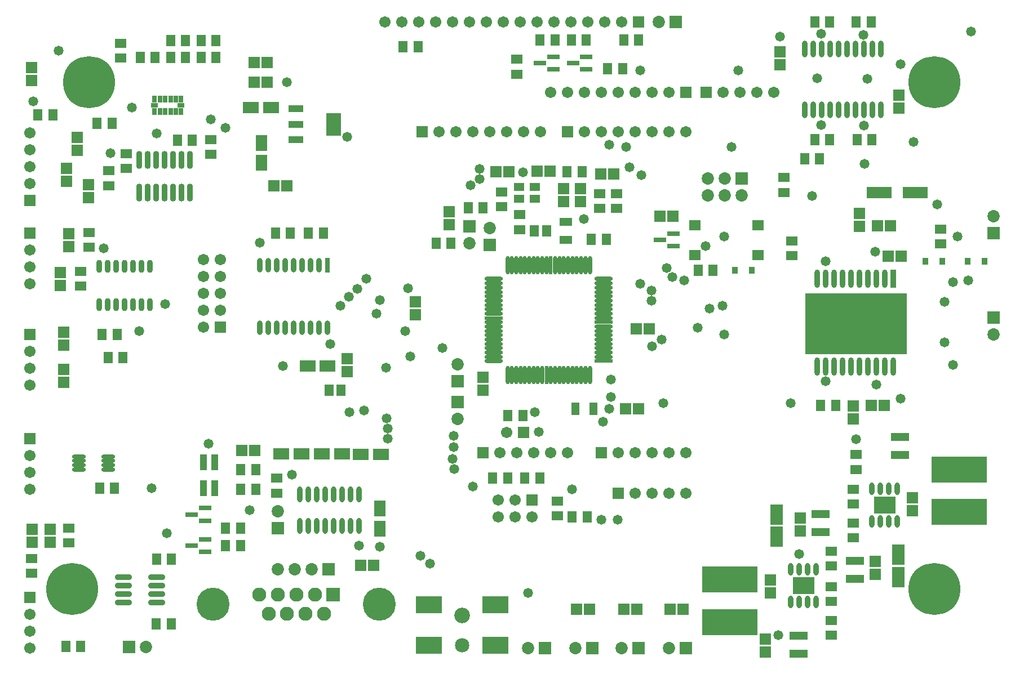
<source format=gts>
G04 Layer_Color=8388736*
%FSLAX25Y25*%
%MOIN*%
G70*
G01*
G75*
%ADD97R,0.59855X0.36233*%
%ADD98O,0.03300X0.10800*%
%ADD99R,0.03300X0.10800*%
%ADD100O,0.02400X0.10800*%
%ADD101R,0.02400X0.10800*%
%ADD102O,0.10800X0.02400*%
%ADD103R,0.10800X0.02400*%
%ADD104R,0.03162X0.08674*%
%ADD105O,0.03162X0.08674*%
%ADD106O,0.10249X0.03556*%
%ADD107R,0.07099X0.06706*%
%ADD108R,0.05721X0.06509*%
%ADD109R,0.06509X0.05721*%
%ADD110R,0.09068X0.04343*%
%ADD111R,0.09068X0.13398*%
%ADD112O,0.03556X0.10642*%
%ADD113R,0.03162X0.04343*%
%ADD114R,0.04343X0.03162*%
%ADD115R,0.07493X0.03162*%
%ADD116R,0.13005X0.10288*%
%ADD117O,0.03162X0.07493*%
%ADD118O,0.03162X0.09855*%
%ADD119R,0.06902X0.05918*%
%ADD120O,0.03162X0.09461*%
%ADD121O,0.08083X0.02572*%
%ADD122R,0.33083X0.15367*%
%ADD123R,0.07493X0.12217*%
%ADD124R,0.03300X0.04100*%
%ADD125R,0.06706X0.07099*%
%ADD126R,0.11036X0.05131*%
%ADD127R,0.07099X0.09461*%
%ADD128R,0.09461X0.07099*%
%ADD129R,0.14579X0.07099*%
%ADD130R,0.05328X0.06509*%
%ADD131R,0.07493X0.05131*%
%ADD132R,0.05131X0.07493*%
%ADD133O,0.03556X0.07690*%
%ADD134R,0.05918X0.05131*%
%ADD135R,0.03950X0.09461*%
%ADD136R,0.15761X0.10249*%
%ADD137C,0.07300*%
%ADD138R,0.07300X0.07300*%
%ADD139C,0.06706*%
%ADD140R,0.06706X0.06706*%
%ADD141R,0.06706X0.06706*%
%ADD142C,0.30800*%
%ADD143R,0.07300X0.07300*%
%ADD144C,0.08300*%
%ADD145R,0.08300X0.08300*%
%ADD146C,0.19540*%
%ADD147C,0.09280*%
%ADD148C,0.08493*%
%ADD149C,0.05800*%
D97*
X503500Y207000D02*
D03*
D98*
X525500Y181415D02*
D03*
X520500D02*
D03*
X515500D02*
D03*
X510500D02*
D03*
X505500D02*
D03*
X500500D02*
D03*
X495500D02*
D03*
X490500D02*
D03*
X485500D02*
D03*
X480500D02*
D03*
Y233500D02*
D03*
X485500D02*
D03*
X490500D02*
D03*
X495500D02*
D03*
X500500D02*
D03*
X505500D02*
D03*
X510500D02*
D03*
X515500D02*
D03*
X520500D02*
D03*
D99*
X525500D02*
D03*
D100*
X346061Y176438D02*
D03*
X343501D02*
D03*
X340941D02*
D03*
X338381D02*
D03*
X335821D02*
D03*
X333261D02*
D03*
X330701D02*
D03*
X328141D02*
D03*
X325581D02*
D03*
X323021D02*
D03*
X317901D02*
D03*
X315341D02*
D03*
X312781D02*
D03*
X310221D02*
D03*
X307661D02*
D03*
X305101D02*
D03*
X302541D02*
D03*
X299981D02*
D03*
X297421D02*
D03*
Y241678D02*
D03*
X299981D02*
D03*
X302541D02*
D03*
X305101D02*
D03*
X307661D02*
D03*
X310221D02*
D03*
X312781D02*
D03*
X315341D02*
D03*
X317901D02*
D03*
X320461D02*
D03*
X325581D02*
D03*
X328141D02*
D03*
X330701D02*
D03*
X333261D02*
D03*
X335821D02*
D03*
X338381D02*
D03*
X340941D02*
D03*
X343501D02*
D03*
X346061D02*
D03*
D101*
X320461Y176438D02*
D03*
X323021Y241678D02*
D03*
D102*
X289121Y184738D02*
D03*
Y187298D02*
D03*
Y189858D02*
D03*
Y192418D02*
D03*
Y194978D02*
D03*
Y197538D02*
D03*
Y200098D02*
D03*
Y202658D02*
D03*
Y205218D02*
D03*
Y207778D02*
D03*
Y212898D02*
D03*
Y215458D02*
D03*
Y218018D02*
D03*
Y220578D02*
D03*
Y223138D02*
D03*
Y225698D02*
D03*
Y228258D02*
D03*
Y230818D02*
D03*
Y233378D02*
D03*
X354361D02*
D03*
Y230818D02*
D03*
Y228258D02*
D03*
Y225698D02*
D03*
Y223138D02*
D03*
Y220578D02*
D03*
Y218018D02*
D03*
Y215458D02*
D03*
Y212898D02*
D03*
Y210338D02*
D03*
Y205218D02*
D03*
Y202658D02*
D03*
Y200098D02*
D03*
Y197538D02*
D03*
Y194978D02*
D03*
Y192418D02*
D03*
Y189858D02*
D03*
Y187298D02*
D03*
D103*
X289121Y210338D02*
D03*
X354361Y207778D02*
D03*
Y184738D02*
D03*
D104*
X191000Y241508D02*
D03*
D105*
X186000D02*
D03*
X181000D02*
D03*
X176000D02*
D03*
X171000D02*
D03*
X166000D02*
D03*
X161000D02*
D03*
X156000D02*
D03*
X151000D02*
D03*
X191000Y204500D02*
D03*
X186000D02*
D03*
X181000D02*
D03*
X176000D02*
D03*
X171000D02*
D03*
X166000D02*
D03*
X161000D02*
D03*
X156000D02*
D03*
X151000D02*
D03*
D106*
X70256Y57000D02*
D03*
Y52000D02*
D03*
Y47000D02*
D03*
Y42000D02*
D03*
X89744Y57000D02*
D03*
Y52000D02*
D03*
Y47000D02*
D03*
Y42000D02*
D03*
D107*
X16000Y358484D02*
D03*
Y350807D02*
D03*
X202500Y186339D02*
D03*
Y178661D02*
D03*
X453000Y55339D02*
D03*
Y47661D02*
D03*
X537000Y96260D02*
D03*
Y103937D02*
D03*
X470500Y84091D02*
D03*
Y91768D02*
D03*
X515000Y66339D02*
D03*
Y58661D02*
D03*
X502000Y150661D02*
D03*
Y158339D02*
D03*
X529000Y334661D02*
D03*
Y342339D02*
D03*
X458677Y360236D02*
D03*
Y367913D02*
D03*
X283000Y167661D02*
D03*
Y175339D02*
D03*
X263000Y265661D02*
D03*
Y273339D02*
D03*
X450000Y12661D02*
D03*
Y20339D02*
D03*
X330500Y279161D02*
D03*
Y286839D02*
D03*
X340500Y279161D02*
D03*
Y286839D02*
D03*
X16244Y85339D02*
D03*
Y77661D02*
D03*
X26744Y85339D02*
D03*
Y77661D02*
D03*
X49500Y289339D02*
D03*
Y281661D02*
D03*
X36500Y298839D02*
D03*
Y291161D02*
D03*
X43000Y309661D02*
D03*
Y317339D02*
D03*
X243000Y212161D02*
D03*
Y219839D02*
D03*
X38000Y260339D02*
D03*
Y252661D02*
D03*
X35000Y201839D02*
D03*
Y194161D02*
D03*
X33000Y237339D02*
D03*
Y229661D02*
D03*
X35000Y179839D02*
D03*
Y172161D02*
D03*
X505500Y264661D02*
D03*
Y272339D02*
D03*
D108*
X473071Y304552D02*
D03*
X481929D02*
D03*
X365429Y358000D02*
D03*
X356571D02*
D03*
X325492Y374740D02*
D03*
X316634D02*
D03*
X335134D02*
D03*
X343992D02*
D03*
X491429Y158500D02*
D03*
X482571D02*
D03*
X487929Y385500D02*
D03*
X479071D02*
D03*
X504071Y316000D02*
D03*
X512929D02*
D03*
X503571Y385500D02*
D03*
X512429D02*
D03*
X487929Y316000D02*
D03*
X479071D02*
D03*
X366071Y375000D02*
D03*
X374929D02*
D03*
X139571Y120500D02*
D03*
X148429D02*
D03*
X130571Y75500D02*
D03*
X139429D02*
D03*
X139429Y86000D02*
D03*
X130571D02*
D03*
X148429Y109000D02*
D03*
X139571D02*
D03*
X263929Y254500D02*
D03*
X255071D02*
D03*
X410071Y238500D02*
D03*
X418929D02*
D03*
X282929Y275500D02*
D03*
X274071D02*
D03*
X297429Y115500D02*
D03*
X288571D02*
D03*
X316429D02*
D03*
X307571D02*
D03*
X344429Y92500D02*
D03*
X335571D02*
D03*
X346932Y256738D02*
D03*
X355790D02*
D03*
X306429Y152500D02*
D03*
X297571D02*
D03*
X341429Y297000D02*
D03*
X332571D02*
D03*
X64929Y109500D02*
D03*
X56071D02*
D03*
X36071Y16000D02*
D03*
X44929D02*
D03*
X98429Y29250D02*
D03*
X89571D02*
D03*
X89815Y67500D02*
D03*
X98673D02*
D03*
X106929Y364646D02*
D03*
X98071D02*
D03*
X63429Y325500D02*
D03*
X54571D02*
D03*
X102071Y315500D02*
D03*
X110929D02*
D03*
X19571Y330500D02*
D03*
X28429D02*
D03*
X124929Y364646D02*
D03*
X116071D02*
D03*
X124929Y374646D02*
D03*
X116071D02*
D03*
X88929Y364500D02*
D03*
X80071D02*
D03*
X98071Y374646D02*
D03*
X106929D02*
D03*
X66429Y200500D02*
D03*
X57571D02*
D03*
X244429Y371000D02*
D03*
X235571D02*
D03*
X61071Y187000D02*
D03*
X69929D02*
D03*
X160071Y260508D02*
D03*
X168929D02*
D03*
X188429D02*
D03*
X179571D02*
D03*
D109*
X50000Y252071D02*
D03*
Y260929D02*
D03*
X303000Y354571D02*
D03*
Y363429D02*
D03*
X489000Y63500D02*
D03*
Y72358D02*
D03*
X502000Y88929D02*
D03*
Y80071D02*
D03*
X489000Y31358D02*
D03*
Y22500D02*
D03*
X503500Y120669D02*
D03*
Y129528D02*
D03*
X489000Y42500D02*
D03*
Y51358D02*
D03*
X502000Y108929D02*
D03*
Y100071D02*
D03*
X161000Y115429D02*
D03*
Y106571D02*
D03*
X461000Y284571D02*
D03*
Y293429D02*
D03*
X294000Y276071D02*
D03*
Y284929D02*
D03*
X327000Y101929D02*
D03*
Y93071D02*
D03*
X304500Y271429D02*
D03*
Y262571D02*
D03*
X16000Y67929D02*
D03*
Y59071D02*
D03*
X38000Y77071D02*
D03*
Y85929D02*
D03*
X122000Y315929D02*
D03*
Y307071D02*
D03*
X72000Y307575D02*
D03*
Y298716D02*
D03*
X61500Y288571D02*
D03*
Y297429D02*
D03*
X68500Y372929D02*
D03*
Y364071D02*
D03*
X362000Y283929D02*
D03*
Y275071D02*
D03*
X352000Y283929D02*
D03*
Y275071D02*
D03*
X45000Y229071D02*
D03*
Y237929D02*
D03*
X553500Y254071D02*
D03*
Y262929D02*
D03*
X465500Y255929D02*
D03*
Y247071D02*
D03*
D110*
X172153Y334055D02*
D03*
Y325000D02*
D03*
Y315945D02*
D03*
D111*
X194595Y325000D02*
D03*
D112*
X79500Y284500D02*
D03*
X84500D02*
D03*
X89500D02*
D03*
X94500D02*
D03*
X99500D02*
D03*
X104500D02*
D03*
X109500D02*
D03*
X79500Y303791D02*
D03*
X84500D02*
D03*
X89500D02*
D03*
X94500D02*
D03*
X99500D02*
D03*
X104500D02*
D03*
X109500D02*
D03*
D113*
X104374Y339886D02*
D03*
X101224D02*
D03*
X98075D02*
D03*
X94925D02*
D03*
X91776D02*
D03*
X88626D02*
D03*
Y332405D02*
D03*
X91776D02*
D03*
X94925D02*
D03*
X98075D02*
D03*
X101224D02*
D03*
X104374D02*
D03*
D114*
X88626Y336146D02*
D03*
X104374D02*
D03*
D115*
X118437Y71760D02*
D03*
Y79240D02*
D03*
X110563Y75500D02*
D03*
X118437Y90260D02*
D03*
Y97740D02*
D03*
X110563Y94000D02*
D03*
X324500Y357500D02*
D03*
Y364980D02*
D03*
X316626Y361240D02*
D03*
X344000Y357500D02*
D03*
Y364980D02*
D03*
X336126Y361240D02*
D03*
X395437Y252760D02*
D03*
Y260240D02*
D03*
X387563Y256500D02*
D03*
D116*
X472500Y51929D02*
D03*
X520405Y99598D02*
D03*
D117*
X480000Y61575D02*
D03*
X475000D02*
D03*
X470000D02*
D03*
X465000D02*
D03*
X480000Y42283D02*
D03*
X475000D02*
D03*
X470000D02*
D03*
X465000D02*
D03*
X512906Y89953D02*
D03*
X517906D02*
D03*
X522905D02*
D03*
X527906D02*
D03*
X512906Y109244D02*
D03*
X517906D02*
D03*
X522905D02*
D03*
X527906D02*
D03*
D118*
X518177Y369413D02*
D03*
X513177D02*
D03*
X508177D02*
D03*
X503177D02*
D03*
X498177D02*
D03*
X493177D02*
D03*
X488177D02*
D03*
X483177D02*
D03*
X478177D02*
D03*
X473177D02*
D03*
X518177Y333587D02*
D03*
X513177D02*
D03*
X508177D02*
D03*
X503177D02*
D03*
X498177D02*
D03*
X493177D02*
D03*
X488177D02*
D03*
X483177D02*
D03*
X478177D02*
D03*
X473177D02*
D03*
D119*
X408299Y265358D02*
D03*
X445701D02*
D03*
X408299Y247642D02*
D03*
X445701D02*
D03*
D120*
X209500Y105949D02*
D03*
X204500D02*
D03*
X199500D02*
D03*
X194500D02*
D03*
X189500D02*
D03*
X184500D02*
D03*
X179500D02*
D03*
X174500D02*
D03*
X209500Y87051D02*
D03*
X204500D02*
D03*
X199500D02*
D03*
X194500D02*
D03*
X189500D02*
D03*
X184500D02*
D03*
X179500D02*
D03*
X174500D02*
D03*
D121*
X43839Y128339D02*
D03*
Y125779D02*
D03*
Y123221D02*
D03*
Y120661D02*
D03*
X61161Y128339D02*
D03*
Y125779D02*
D03*
Y123221D02*
D03*
Y120661D02*
D03*
D122*
X429000Y55528D02*
D03*
Y30331D02*
D03*
X564500Y95500D02*
D03*
Y120697D02*
D03*
D123*
X456500Y94024D02*
D03*
Y80835D02*
D03*
X528500Y56906D02*
D03*
Y70095D02*
D03*
D124*
X579475Y244000D02*
D03*
X569525D02*
D03*
X441975Y238500D02*
D03*
X432025D02*
D03*
X554475Y244000D02*
D03*
X544525D02*
D03*
D125*
X147661Y361500D02*
D03*
X155339D02*
D03*
X147661Y350000D02*
D03*
X155339D02*
D03*
X520339Y158500D02*
D03*
X512661D02*
D03*
X530339Y247000D02*
D03*
X522661D02*
D03*
X147839Y132000D02*
D03*
X140161D02*
D03*
X298339Y297000D02*
D03*
X290661D02*
D03*
X159161Y288500D02*
D03*
X166839D02*
D03*
X218339Y64000D02*
D03*
X210661D02*
D03*
X374839Y156500D02*
D03*
X367161D02*
D03*
X395339Y270500D02*
D03*
X387661D02*
D03*
X315022Y297238D02*
D03*
X322700D02*
D03*
X373661Y204000D02*
D03*
X381339D02*
D03*
X360339Y295500D02*
D03*
X352661D02*
D03*
X523839Y265000D02*
D03*
X516161D02*
D03*
X338161Y38000D02*
D03*
X345839D02*
D03*
X393661D02*
D03*
X401339D02*
D03*
X366161D02*
D03*
X373839D02*
D03*
D126*
X469500Y22244D02*
D03*
Y11614D02*
D03*
X529500Y129283D02*
D03*
Y139913D02*
D03*
X482500Y94244D02*
D03*
Y83614D02*
D03*
X503000Y55783D02*
D03*
Y66413D02*
D03*
D127*
X152000Y313906D02*
D03*
Y302095D02*
D03*
X222000Y97405D02*
D03*
Y85594D02*
D03*
D128*
X145595Y335000D02*
D03*
X157405D02*
D03*
X163594Y130000D02*
D03*
X175406D02*
D03*
X199406D02*
D03*
X187594D02*
D03*
X222406Y129500D02*
D03*
X210595D02*
D03*
X190905Y182000D02*
D03*
X179095D02*
D03*
D129*
X538630Y284500D02*
D03*
X517370D02*
D03*
D130*
X199043Y167500D02*
D03*
X191957D02*
D03*
X320404Y261738D02*
D03*
X313318D02*
D03*
D131*
X332000Y267315D02*
D03*
Y256685D02*
D03*
D132*
X337685Y156500D02*
D03*
X348315D02*
D03*
D133*
X56000Y218280D02*
D03*
X61000D02*
D03*
X66000D02*
D03*
X71000D02*
D03*
X76000D02*
D03*
X81000D02*
D03*
X86000D02*
D03*
X56000Y240721D02*
D03*
X61000D02*
D03*
X66000D02*
D03*
X71000D02*
D03*
X76000D02*
D03*
X81000D02*
D03*
X86000D02*
D03*
D134*
X304361Y280738D02*
D03*
X313416D02*
D03*
Y287824D02*
D03*
X304361D02*
D03*
D135*
X124193Y109500D02*
D03*
X117500D02*
D03*
X124193Y125000D02*
D03*
X117500D02*
D03*
D136*
X290185Y40516D02*
D03*
X250815D02*
D03*
X290185Y16500D02*
D03*
X250815D02*
D03*
D137*
X416000Y283000D02*
D03*
Y293000D02*
D03*
X426000Y283000D02*
D03*
Y293000D02*
D03*
X436000Y283000D02*
D03*
X393000Y15000D02*
D03*
X365000D02*
D03*
X337500D02*
D03*
X181500Y61500D02*
D03*
X171500D02*
D03*
X161500D02*
D03*
X83500Y15500D02*
D03*
X268000Y150500D02*
D03*
X309500Y15000D02*
D03*
X387000Y385500D02*
D03*
X275000Y254500D02*
D03*
X287000Y263500D02*
D03*
X161500Y96000D02*
D03*
X268000Y183000D02*
D03*
X585000Y270500D02*
D03*
Y200500D02*
D03*
D138*
X436000Y293000D02*
D03*
X403000Y15000D02*
D03*
X375000D02*
D03*
X347500D02*
D03*
X191500Y61500D02*
D03*
X73500Y15500D02*
D03*
X319500Y15000D02*
D03*
X397000Y385500D02*
D03*
D139*
X292000Y92500D02*
D03*
Y102500D02*
D03*
X302000Y92500D02*
D03*
Y102500D02*
D03*
X312000Y92500D02*
D03*
X365000Y385500D02*
D03*
X355000D02*
D03*
X345000D02*
D03*
X335000D02*
D03*
X325000D02*
D03*
X315000D02*
D03*
X305000D02*
D03*
X295000D02*
D03*
X285000D02*
D03*
X275000D02*
D03*
X265000D02*
D03*
X255000D02*
D03*
X245000D02*
D03*
X235000D02*
D03*
X225000D02*
D03*
X383000Y344000D02*
D03*
X373000D02*
D03*
X363000D02*
D03*
X353000D02*
D03*
X343000D02*
D03*
X333000D02*
D03*
X323000D02*
D03*
X393000D02*
D03*
X15000Y15000D02*
D03*
Y25000D02*
D03*
Y35000D02*
D03*
Y320000D02*
D03*
Y310000D02*
D03*
Y300000D02*
D03*
Y290000D02*
D03*
Y109000D02*
D03*
Y119000D02*
D03*
Y129000D02*
D03*
X257000Y320500D02*
D03*
X267000D02*
D03*
X277000D02*
D03*
X287000D02*
D03*
X297000D02*
D03*
X307000D02*
D03*
X317000D02*
D03*
X297000Y142500D02*
D03*
X15000Y170500D02*
D03*
Y180500D02*
D03*
Y190500D02*
D03*
Y230500D02*
D03*
Y240500D02*
D03*
Y250500D02*
D03*
X343000Y320500D02*
D03*
X353000D02*
D03*
X363000D02*
D03*
X373000D02*
D03*
X383000D02*
D03*
X393000D02*
D03*
X403000D02*
D03*
X363000Y130500D02*
D03*
X373000D02*
D03*
X383000D02*
D03*
X393000D02*
D03*
X403000D02*
D03*
X333000D02*
D03*
X323000D02*
D03*
X313000D02*
D03*
X303000D02*
D03*
X293000D02*
D03*
X117500Y205008D02*
D03*
X127500Y215008D02*
D03*
X117500D02*
D03*
X127500Y225008D02*
D03*
X117500D02*
D03*
X127500Y235008D02*
D03*
X117500D02*
D03*
X127500Y245008D02*
D03*
X117500D02*
D03*
X373000Y106500D02*
D03*
X383000D02*
D03*
X393000D02*
D03*
X403000D02*
D03*
X425000Y344000D02*
D03*
X435000D02*
D03*
X445000D02*
D03*
X455000D02*
D03*
D140*
X312000Y102500D02*
D03*
X375000Y385500D02*
D03*
X403000Y344000D02*
D03*
X247000Y320500D02*
D03*
X307000Y142500D02*
D03*
X333000Y320500D02*
D03*
X353000Y130500D02*
D03*
X283000D02*
D03*
X363000Y106500D02*
D03*
X415000Y344000D02*
D03*
D141*
X15000Y45000D02*
D03*
Y280000D02*
D03*
Y139000D02*
D03*
Y200500D02*
D03*
Y260500D02*
D03*
X127500Y205008D02*
D03*
D142*
X40000Y50000D02*
D03*
X50000Y350000D02*
D03*
X550000Y50000D02*
D03*
Y350000D02*
D03*
D143*
X268000Y160500D02*
D03*
X275000Y264500D02*
D03*
X287000Y253500D02*
D03*
X161500Y86000D02*
D03*
X268000Y173000D02*
D03*
X585000Y260500D02*
D03*
Y210500D02*
D03*
D144*
X150689Y46492D02*
D03*
X156142Y35311D02*
D03*
X161594Y46492D02*
D03*
X167047Y35311D02*
D03*
X172500Y46492D02*
D03*
X177953Y35311D02*
D03*
X183405Y46492D02*
D03*
X188858Y35311D02*
D03*
D145*
X194311Y46492D02*
D03*
D146*
X221693Y40902D02*
D03*
X123307D02*
D03*
D147*
X270500Y34216D02*
D03*
D148*
Y16500D02*
D03*
D149*
X472000Y52000D02*
D03*
X520405Y99598D02*
D03*
X477500Y282500D02*
D03*
X505500Y192500D02*
D03*
X504500Y221000D02*
D03*
X492500Y206000D02*
D03*
X517500D02*
D03*
X529500Y192500D02*
D03*
X529000Y220500D02*
D03*
X477500Y193000D02*
D03*
Y221000D02*
D03*
X561000Y182500D02*
D03*
Y231500D02*
D03*
X570000Y232500D02*
D03*
X376500Y295000D02*
D03*
X342500Y269000D02*
D03*
X251500Y65000D02*
D03*
X246000Y69500D02*
D03*
X530000Y360500D02*
D03*
X309500Y47500D02*
D03*
X508500Y301500D02*
D03*
X483000Y324500D02*
D03*
X508177Y324177D02*
D03*
X537500Y314500D02*
D03*
X457500Y22500D02*
D03*
X220000Y213000D02*
D03*
X222000Y221000D02*
D03*
X238500Y228000D02*
D03*
X259000Y192500D02*
D03*
X266000Y121000D02*
D03*
X265000Y127000D02*
D03*
X313500Y154500D02*
D03*
X316000Y143000D02*
D03*
X335500Y109000D02*
D03*
X265500Y134000D02*
D03*
X277000Y110500D02*
D03*
X265500Y140500D02*
D03*
X226500Y139000D02*
D03*
Y145000D02*
D03*
X357500Y156500D02*
D03*
X275500Y289000D02*
D03*
X281000Y298500D02*
D03*
Y292500D02*
D03*
X369500Y299500D02*
D03*
X145000Y96500D02*
D03*
X470000Y70500D02*
D03*
X32000Y368500D02*
D03*
X122000Y328000D02*
D03*
X353000Y91000D02*
D03*
X362500D02*
D03*
X17000Y338500D02*
D03*
X551500Y277500D02*
D03*
X458677Y377000D02*
D03*
X202500Y317500D02*
D03*
X358500Y163500D02*
D03*
X395000Y234500D02*
D03*
X391500Y240000D02*
D03*
X382500Y220500D02*
D03*
X402000Y232500D02*
D03*
X95000Y218500D02*
D03*
X240000Y187500D02*
D03*
X226000Y151000D02*
D03*
X222000Y75000D02*
D03*
X209500Y75500D02*
D03*
X389500Y160000D02*
D03*
X376000Y357000D02*
D03*
X79500Y202500D02*
D03*
X508000Y378000D02*
D03*
X75276Y334921D02*
D03*
X130500Y323000D02*
D03*
X62500Y308000D02*
D03*
X480677Y352252D02*
D03*
X510177Y351752D02*
D03*
X58429Y251571D02*
D03*
X483000Y378500D02*
D03*
X515500Y171000D02*
D03*
X430000Y311500D02*
D03*
X382500Y226500D02*
D03*
X376000Y230500D02*
D03*
X417000Y216000D02*
D03*
X358500Y174000D02*
D03*
X410000Y204500D02*
D03*
X425500Y200500D02*
D03*
X414500Y253000D02*
D03*
X424500Y217500D02*
D03*
X367453Y311453D02*
D03*
X465000Y160000D02*
D03*
X151000Y255008D02*
D03*
X90000Y319500D02*
D03*
X530000Y162500D02*
D03*
X503500Y138500D02*
D03*
X170000Y117500D02*
D03*
X388500Y197500D02*
D03*
X383000Y193500D02*
D03*
X204000Y154500D02*
D03*
X212500Y155500D02*
D03*
X164500Y182000D02*
D03*
X198500Y217500D02*
D03*
X208500Y227500D02*
D03*
X225500Y181000D02*
D03*
X192500Y195000D02*
D03*
X167000Y350000D02*
D03*
X237000Y202500D02*
D03*
X306500Y296500D02*
D03*
X556000Y196000D02*
D03*
Y220000D02*
D03*
X354000Y149000D02*
D03*
X96000Y83000D02*
D03*
X214000Y233500D02*
D03*
X120500Y136000D02*
D03*
X87000Y109500D02*
D03*
X571500Y380000D02*
D03*
X357500Y313000D02*
D03*
X485500Y244000D02*
D03*
Y173000D02*
D03*
X515000Y249500D02*
D03*
X563500Y258500D02*
D03*
X434000Y357000D02*
D03*
X425500Y258500D02*
D03*
X203500Y223000D02*
D03*
M02*

</source>
